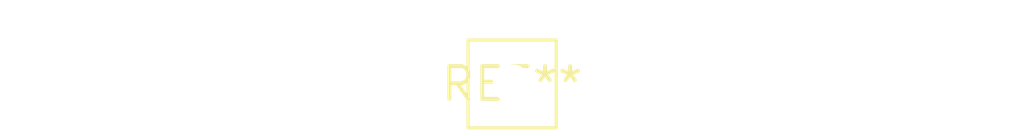
<source format=kicad_pcb>
(kicad_pcb (version 20240108) (generator pcbnew)
  (layers (0 "F.Cu" signal) (31 "B.Cu" signal) (34 "B.Paste" user) (35 "F.Paste" user) (36 "B.SilkS" user "B.Silkscreen") (37 "F.SilkS" user "F.Silkscreen") (38 "B.Mask" user) (39 "F.Mask" user) (44 "Edge.Cuts" user))
  (net 0 "")
  (footprint "TestPoint_THTPad_3.0x3.0mm_Drill1.5mm" (layer "F.Cu") (at 0 0)
    (property "Reference" "REF**")
    (property "Value" "TestPoint_THTPad_3.0x3.0mm_Drill1.5mm")
    (fp_line (start -1.7 -1.7) (end 1.7 -1.7) (layer "F.SilkS") (stroke (width 0.12)))
    (fp_line (start -1.7 1.7) (end -1.7 -1.7) (layer "F.SilkS") (stroke (width 0.12)))
    (fp_line (start 1.7 -1.7) (end 1.7 1.7) (layer "F.SilkS") (stroke (width 0.12)))
    (fp_line (start 1.7 1.7) (end -1.7 1.7) (layer "F.SilkS") (stroke (width 0.12)))
    (pad "1" thru_hole rect (at 0 0) (size 3 3) (drill 1.5) (layers *.Cu *.Mask) (remove_unused_layers))
  )
)
</source>
